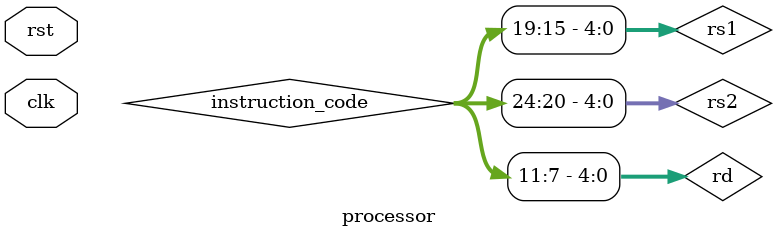
<source format=v>
`timescale 1ns / 1ps


module processor(
    input clk, 
    input rst
    );
   
wire [31:0] instruction_code, alu_result, read_data_1, read_data_2;
wire reg_write, zero;
wire [3:0] alu_op;

wire [4:0] rs1, rs2, rd; 

assign rs1 = instruction_code[19:15];
assign rs2 = instruction_code[24:20]; 
assign rd = instruction_code[11:7]; 

instr_fetch instrFetch(clk, rst,instruction_code);
reg_file rf(rs1, rs2, rd, alu_result, read_data_1, read_data_2); 
ctrl_unit ctrl(instruction_code, alu_op, reg_write); 
alu a(read_data_1, read_data_2, alu_op, alu_result, zero); 

endmodule

</source>
